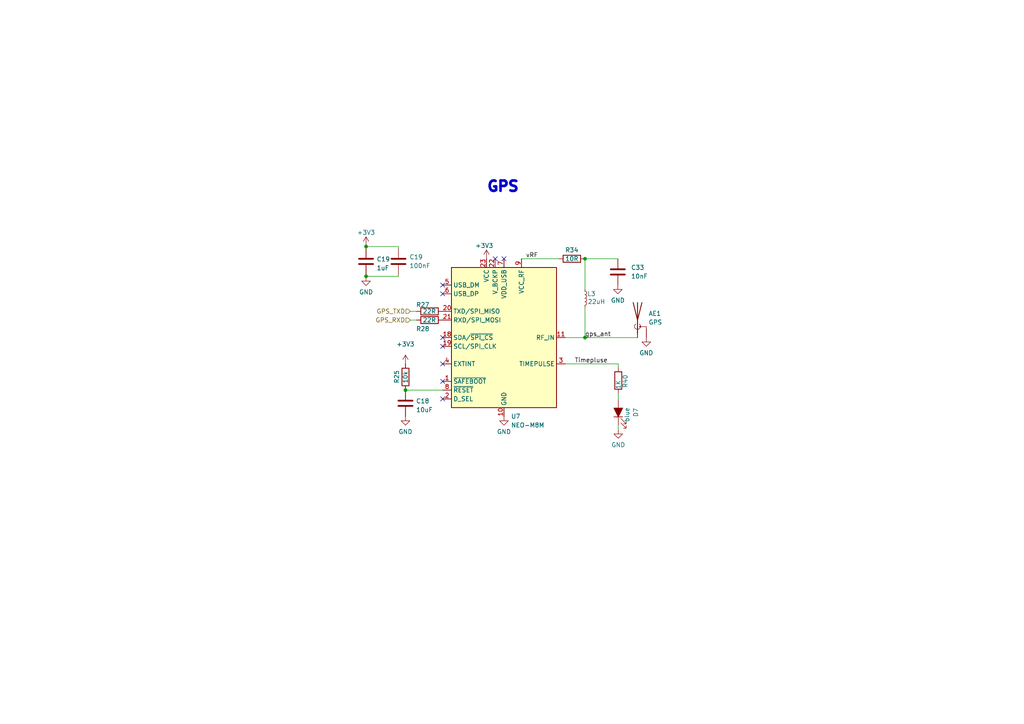
<source format=kicad_sch>
(kicad_sch (version 20230121) (generator eeschema)
  (paper "A4")
  (lib_symbols
    (symbol "RF_GPS:NEO-M8M"
      (property "Reference" "U" (at -13.97 21.59 0))
      (property "Value" "NEO-M8M" (at 11.43 21.59 0))
      (symbol "NEO-M8M_0_1"
        (rectangle (start -15.24 20.32) (end 15.24 -20.32) (stroke (width 0.254)) (fill (type background)))
      )
      (symbol "NEO-M8M_1_1"
        (pin input line (at -17.78 -12.7 0) (length 2.54) (name "~{SAFEBOOT}") (number "1"))
        (pin power_in line (at 0 -22.86 90) (length 2.54) (name "GND") (number "10"))
        (pin input line (at 17.78 0 180) (length 2.54) (name "RF_IN") (number "11"))
        (pin passive line (at 0 -22.86 90) (length 2.54) hide (name "GND") (number "12"))
        (pin passive line (at 0 -22.86 90) (length 2.54) hide (name "GND") (number "13"))
        (pin no_connect line (at 15.24 -10.16 180) (length 2.54) hide (name "RESERVED") (number "14"))
        (pin no_connect line (at 15.24 -12.7 180) (length 2.54) hide (name "RESERVED") (number "15"))
        (pin no_connect line (at 15.24 -15.24 180) (length 2.54) hide (name "RESERVED") (number "16"))
        (pin no_connect line (at 15.24 -17.78 180) (length 2.54) hide (name "RESERVED") (number "17"))
        (pin bidirectional line (at -17.78 0 0) (length 2.54) (name "SDA/~{SPI_CS}") (number "18"))
        (pin input line (at -17.78 -2.54 0) (length 2.54) (name "SCL/SPI_CLK") (number "19"))
        (pin input line (at -17.78 -17.78 0) (length 2.54) (name "D_SEL") (number "2"))
        (pin output line (at -17.78 7.62 0) (length 2.54) (name "TXD/SPI_MISO") (number "20"))
        (pin input line (at -17.78 5.08 0) (length 2.54) (name "RXD/SPI_MOSI") (number "21"))
        (pin power_in line (at -2.54 22.86 270) (length 2.54) (name "V_BCKP") (number "22"))
        (pin power_in line (at -5.08 22.86 270) (length 2.54) (name "VCC") (number "23"))
        (pin passive line (at 0 -22.86 90) (length 2.54) hide (name "GND") (number "24"))
        (pin output line (at 17.78 -7.62 180) (length 2.54) (name "TIMEPULSE") (number "3"))
        (pin input line (at -17.78 -7.62 0) (length 2.54) (name "EXTINT") (number "4"))
        (pin bidirectional line (at -17.78 15.24 0) (length 2.54) (name "USB_DM") (number "5"))
        (pin bidirectional line (at -17.78 12.7 0) (length 2.54) (name "USB_DP") (number "6"))
        (pin power_in line (at 0 22.86 270) (length 2.54) (name "VDD_USB") (number "7"))
        (pin input line (at -17.78 -15.24 0) (length 2.54) (name "~{RESET}") (number "8"))
        (pin power_out line (at 5.08 22.86 270) (length 2.54) (name "VCC_RF") (number "9"))
      )
    )
    (symbol "ph_lib:Antenna_Shield" (pin_numbers hide) (pin_names (offset 1.016) hide)
      (property "Reference" "AE" (at -1.905 4.445 0))
      (property "Value" "Antenna_Shield" (at -1.905 2.54 0))
      (symbol "Antenna_Shield_0_1"
        (arc (start -0.508 -1.143) (mid -0.8485 -2.1032) (end 0 -2.667))
        (arc (start 0 -2.667) (mid 0.8047 -2.0885) (end 0.508 -1.143))
        (polyline (pts (xy 0 -2.54) (xy 0 0)))
        (polyline (pts (xy 0 5.08) (xy 0 -3.81)) (stroke (width 0.254)))
        (polyline (pts (xy 0.762 -1.905) (xy 2.54 -1.905)))
        (polyline (pts (xy 2.54 -2.54) (xy 2.54 -1.905)))
        (polyline (pts (xy 1.27 5.08) (xy 0 0) (xy -1.27 5.08)) (stroke (width 0.254)))
        (circle (center 0.762 -1.905) (radius 0.1778) (fill (type outline)))
      )
      (symbol "Antenna_Shield_1_1"
        (pin input line (at 0 -5.08 90) (length 2.54) (name "A") (number "1"))
        (pin input line (at 2.54 -5.08 90) (length 2.54) (name "Shield") (number "2"))
        (pin input line (at 2.54 -5.08 90) (length 2.54) (name "Shield") (number "3"))
      )
    )
    (symbol "ph_lib:C0603" (pin_numbers hide) (pin_names (offset 0.254))
      (property "Reference" "C" (at 0.635 2.54 0))
      (property "Value" "C0603" (at 0.635 -2.54 0))
      (symbol "C0603_0_1"
        (polyline (pts (xy -2.032 -0.762) (xy 2.032 -0.762)) (stroke (width 0.508)))
        (polyline (pts (xy -2.032 0.762) (xy 2.032 0.762)) (stroke (width 0.508)))
      )
      (symbol "C0603_1_1"
        (pin passive line (at 0 3.81 270) (length 2.794) (name "~") (number "1"))
        (pin passive line (at 0 -3.81 90) (length 2.794) (name "~") (number "2"))
      )
    )
    (symbol "ph_lib:C0805" (pin_numbers hide) (pin_names (offset 0.254))
      (property "Reference" "C" (at 0.635 2.54 0))
      (property "Value" "C0805" (at 0.635 -2.54 0))
      (symbol "C0805_0_1"
        (polyline (pts (xy -2.032 -0.762) (xy 2.032 -0.762)) (stroke (width 0.508)))
        (polyline (pts (xy -2.032 0.762) (xy 2.032 0.762)) (stroke (width 0.508)))
      )
      (symbol "C0805_1_1"
        (pin passive line (at 0 3.81 270) (length 2.794) (name "~") (number "1"))
        (pin passive line (at 0 -3.81 90) (length 2.794) (name "~") (number "2"))
      )
    )
    (symbol "ph_lib:L0603" (pin_numbers hide) (pin_names (offset 0.254) hide)
      (property "Reference" "L0603" (at 0.762 1.016 0))
      (symbol "L0603_0_1"
        (arc (start 0 -2.032) (mid 0.5058 -1.524) (end 0 -1.016))
        (arc (start 0 -1.016) (mid 0.5058 -0.508) (end 0 0))
        (arc (start 0 0) (mid 0.5058 0.508) (end 0 1.016))
        (arc (start 0 1.016) (mid 0.5058 1.524) (end 0 2.032))
      )
      (symbol "L0603_1_1"
        (pin passive line (at 0 2.54 270) (length 0.508) (name "~") (number "1"))
        (pin passive line (at 0 -2.54 90) (length 0.508) (name "~") (number "2"))
      )
    )
    (symbol "ph_lib:LED0805" (pin_numbers hide) (pin_names (offset 1.016) hide)
      (property "Reference" "D" (at 0 2.54 0))
      (property "Value" "LED0805" (at 0 -2.54 0))
      (symbol "LED0805_0_1"
        (polyline (pts (xy -1.27 -1.27) (xy -1.27 1.27)) (stroke (width 0.2032)))
        (polyline (pts (xy -1.27 0) (xy 1.27 0)))
        (polyline (pts (xy 1.27 -1.27) (xy 1.27 1.27) (xy -1.27 0) (xy 1.27 -1.27)) (stroke (width 0.2032)) (fill (type outline)))
        (polyline (pts (xy -3.048 -0.762) (xy -4.572 -2.286) (xy -3.81 -2.286) (xy -4.572 -2.286) (xy -4.572 -1.524)))
        (polyline (pts (xy -1.778 -0.762) (xy -3.302 -2.286) (xy -2.54 -2.286) (xy -3.302 -2.286) (xy -3.302 -1.524)))
      )
      (symbol "LED0805_1_1"
        (pin passive line (at 3.81 0 180) (length 2.54) (name "A") (number "1"))
        (pin passive line (at -3.81 0 0) (length 2.54) (name "K") (number "2"))
      )
    )
    (symbol "ph_lib:R0603" (pin_numbers hide) (pin_names (offset 0))
      (property "Reference" "R" (at 2.032 0 90))
      (property "Value" "R0603" (at 0 0 90))
      (symbol "R0603_0_1"
        (rectangle (start -1.016 -2.54) (end 1.016 2.54) (stroke (width 0.254)))
      )
      (symbol "R0603_1_1"
        (pin passive line (at 0 3.81 270) (length 1.27) (name "~") (number "1"))
        (pin passive line (at 0 -3.81 90) (length 1.27) (name "~") (number "2"))
      )
    )
    (symbol "ph_lib:R0805" (pin_numbers hide) (pin_names (offset 0))
      (property "Reference" "R" (at 2.032 0 90))
      (property "Value" "R0805" (at 0 0 90))
      (symbol "R0805_0_1"
        (rectangle (start -1.016 -2.54) (end 1.016 2.54) (stroke (width 0.254)))
      )
      (symbol "R0805_1_1"
        (pin passive line (at 0 3.81 270) (length 1.27) (name "~") (number "1"))
        (pin passive line (at 0 -3.81 90) (length 1.27) (name "~") (number "2"))
      )
    )
    (symbol "power:+3V3" (power) (pin_names (offset 0))
      (property "Value" "+3V3" (at 0 3.556 0))
      (symbol "+3V3_0_1"
        (polyline (pts (xy -0.762 1.27) (xy 0 2.54)))
        (polyline (pts (xy 0 0) (xy 0 2.54)))
        (polyline (pts (xy 0 2.54) (xy 0.762 1.27)))
      )
      (symbol "+3V3_1_1"
        (pin power_in line (at 0 0 90) (length 0) hide (name "+3V3") (number "1"))
      )
    )
    (symbol "power:GND" (power) (pin_names (offset 0))
      (property "Value" "GND" (at 0 -3.81 0))
      (symbol "GND_0_1"
        (polyline (pts (xy 0 0) (xy 0 -1.27) (xy 1.27 -1.27) (xy 0 -2.54) (xy -1.27 -1.27) (xy 0 -1.27)))
      )
      (symbol "GND_1_1"
        (pin power_in line (at 0 0 270) (length 0) hide (name "GND") (number "1"))
      )
    )
  )
  (junction (at 117.602 113.157))
  (junction (at 106.172 71.501))
  (junction (at 169.672 75.057))
  (junction (at 169.672 97.917))
  (junction (at 106.172 80.137))
  (no_connect (at 128.397 105.537))
  (no_connect (at 146.177 75.057))
  (no_connect (at 143.637 75.057))
  (no_connect (at 128.397 115.697))
  (no_connect (at 128.397 82.677))
  (no_connect (at 128.397 100.457))
  (no_connect (at 128.397 97.917))
  (no_connect (at 128.397 110.617))
  (no_connect (at 128.397 85.217))
  (wire (pts (xy 151.257 75.057) (xy 162.052 75.057)))
  (wire (pts (xy 163.957 105.537) (xy 179.324 105.537)))
  (wire (pts (xy 179.324 123.444) (xy 179.324 124.587)))
  (wire (pts (xy 118.999 92.837) (xy 120.777 92.837)))
  (wire (pts (xy 106.172 71.247) (xy 106.172 71.501)))
  (wire (pts (xy 115.57 79.629) (xy 115.57 80.137)))
  (wire (pts (xy 106.172 80.264) (xy 106.172 80.137)))
  (wire (pts (xy 179.324 114.173) (xy 179.324 115.824)))
  (wire (pts (xy 169.672 97.917) (xy 184.912 97.917)))
  (wire (pts (xy 169.672 83.947) (xy 169.672 75.057)))
  (wire (pts (xy 106.172 71.501) (xy 106.172 72.009)))
  (wire (pts (xy 115.57 71.501) (xy 106.172 71.501)))
  (wire (pts (xy 115.57 80.137) (xy 106.172 80.137)))
  (wire (pts (xy 169.672 75.057) (xy 179.197 75.057)))
  (wire (pts (xy 106.172 80.137) (xy 106.172 79.629)))
  (wire (pts (xy 179.324 106.553) (xy 179.324 105.537)))
  (wire (pts (xy 117.602 113.157) (xy 128.397 113.157)))
  (wire (pts (xy 169.672 89.027) (xy 169.672 97.917)))
  (wire (pts (xy 169.672 97.917) (xy 163.957 97.917)))
  (wire (pts (xy 118.999 90.297) (xy 120.777 90.297)))
  (wire (pts (xy 115.57 72.009) (xy 115.57 71.501)))
  (text "GPS" (at 140.97 56.007 0) (effects (font (size 3 3) (thickness 1) bold) (justify left bottom)))
  (label "Timepluse" (at 176.276 105.537 180))
  (label "vRF" (at 152.527 75.057 0))
  (label "gps_ant" (at 169.672 97.917 0))
  (hierarchical_label "GPS_RXD" (shape input) (at 118.999 92.837 180))
  (hierarchical_label "GPS_TXD" (shape input) (at 118.999 90.297 180))
  (symbol (lib_id "power:GND") (at 106.172 80.264 0) (unit 1)
    (property "Reference" "#PWR054" (effects hide))
    (property "Value" "GND" (at 106.172 84.709 0))
  )
  (symbol (lib_id "ph_lib:C0805") (at 115.57 75.819 0) (unit 1)
    (property "Reference" "C19" (at 118.745 74.5489 0) (effects (justify left)))
    (property "Value" "100nF" (at 118.745 77.0889 0) (effects (justify left)))
    (property "Footprint" "Capacitor_SMD:C_0805_2012Metric" (effects hide))
    (property "Desc" "Capacitor SMD Ceramic 0805" (effects hide))
    (property "Link" "http://www.dientuachau.com/ceramic-0805" (effects hide))
    (instances (project "ph_portable_refrigerator_v2_hw" (path "" (reference "C19") (unit 1)) (path "" (reference "C49") (unit 1))))
  )
  (symbol (lib_id "ph_lib:L0603") (at 169.672 86.487 0) (unit 1)
    (property "Reference" "L3" (at 170.307 85.217 0) (effects (justify left)))
    (property "Value" "22uH" (at 170.434 87.503 0) (effects (justify left)))
    (property "Footprint" "Resistor_SMD:R_0805_2012Metric" (effects hide))
    (property "Desc" "SMD-0805 Multilayer Chip Ceramic Inductor" (effects hide))
    (property "Link" "https://thegioiic.com/product/cuon-cam-smd-0603" (effects hide))
  )
  (symbol (lib_id "power:GND") (at 179.324 124.587 0) (unit 1)
    (property "Reference" "#PWR073" (effects hide))
    (property "Value" "GND" (at 179.324 129.032 0))
    (instances (project "ph_portable_refrigerator_v2_hw" (path "" (reference "#PWR073") (unit 1)) (path "" (reference "#PWR08") (unit 1))))
  )
  (symbol (lib_id "ph_lib:C0805") (at 117.602 116.967 0) (unit 1)
    (property "Reference" "C18" (at 120.65 116.332 0) (effects (justify left)))
    (property "Value" "10uF" (at 120.65 118.872 0) (effects (justify left)))
    (property "Footprint" "Capacitor_SMD:C_0805_2012Metric" (effects hide))
    (property "Desc" "Capacitor SMD Ceramic 0805" (effects hide))
    (property "Link" "http://www.dientuachau.com/ceramic-0805" (effects hide))
  )
  (symbol (lib_id "power:+3V3") (at 141.097 75.057 0) (unit 1)
    (property "Reference" "#PWR058" (effects hide))
    (property "Value" "+3V3" (at 140.462 71.247 0))
  )
  (symbol (lib_id "ph_lib:C0805") (at 106.172 75.819 0) (unit 1)
    (property "Reference" "C19" (at 109.22 75.184 0) (effects (justify left)))
    (property "Value" "1uF" (at 109.22 77.724 0) (effects (justify left)))
    (property "Footprint" "Capacitor_SMD:C_0805_2012Metric" (effects hide))
    (property "Desc" "Capacitor SMD Ceramic 0805" (effects hide))
    (property "Link" "http://www.dientuachau.com/ceramic-0805" (effects hide))
  )
  (symbol (lib_id "power:+3V3") (at 106.172 71.247 0) (unit 1)
    (property "Reference" "#PWR053" (effects hide))
    (property "Value" "+3V3" (at 106.172 67.437 0))
  )
  (symbol (lib_id "ph_lib:Antenna_Shield") (at 184.912 92.837 0) (unit 1)
    (property "Reference" "AE1" (at 188.087 90.9319 0) (effects (justify left)))
    (property "Value" "GPS" (at 188.087 93.4719 0) (effects (justify left)))
    (property "Footprint" "Lib_Hien:Antenna_RF" (effects hide))
  )
  (symbol (lib_id "ph_lib:R0805") (at 117.602 109.347 0) (unit 1)
    (property "Reference" "R25" (at 115.062 111.252 90) (effects (justify left)))
    (property "Value" "10k" (at 117.602 111.252 90) (effects (justify left)))
    (property "Footprint" "Capacitor_SMD:C_0805_2012Metric" (effects hide))
    (property "Desc" "Resistor SMD 0805" (effects hide))
    (property "Link" "http://www.dientuachau.com/res-1-0805" (effects hide))
  )
  (symbol (lib_id "ph_lib:R0603") (at 165.862 75.057 90) (unit 1)
    (property "Reference" "R34" (at 165.862 72.517 90))
    (property "Value" "10R" (at 165.862 75.057 90))
    (property "Footprint" "Resistor_SMD:R_0805_2012Metric" (effects hide))
    (property "Desc" "Resistor SMD 0603" (effects hide))
    (property "Link" "http://www.dientuachau.com/res-1-0603" (effects hide))
  )
  (symbol (lib_id "RF_GPS:NEO-M8M") (at 146.177 97.917 0) (unit 1)
    (property "Reference" "U7" (at 148.1964 120.777 0) (effects (justify left)))
    (property "Value" "NEO-M8M" (at 148.1964 123.317 0) (effects (justify left)))
    (property "Footprint" "Lib_Hien:XCVR_NEO-M9N-00B" (effects hide))
    (property "Datasheet" "https://www.u-blox.com/sites/default/files/NEO-M8-FW3_DataSheet_%28UBX-15031086%29.pdf" (effects hide))
  )
  (symbol (lib_id "ph_lib:LED0805") (at 179.324 119.634 90) (unit 1)
    (property "Reference" "D7" (at 184.404 119.634 0))
    (property "Value" "blue" (at 181.864 120.269 0))
    (property "Footprint" "LED_SMD:LED_0805_2012Metric" (effects hide))
    (property "Desc" "LED0805" (effects hide))
    (property "Link" "https://thegioiic.com/product/led-dan-smd-2012-0805" (effects hide))
    (instances (project "ph_portable_refrigerator_v2_hw" (path "" (reference "D7") (unit 1)) (path "" (reference "D6") (unit 1)) (path "" (reference "D13") (unit 1))))
  )
  (symbol (lib_id "power:+3V3") (at 117.602 105.537 0) (unit 1)
    (property "Reference" "#PWR046" (effects hide))
    (property "Value" "+3V3" (at 117.602 99.822 0))
  )
  (symbol (lib_id "power:GND") (at 117.602 120.777 0) (unit 1)
    (property "Reference" "#PWR052" (effects hide))
    (property "Value" "GND" (at 117.602 125.222 0))
  )
  (symbol (lib_id "ph_lib:R0805") (at 124.587 92.837 90) (unit 1)
    (property "Reference" "R28" (at 124.587 95.377 90) (effects (justify left)))
    (property "Value" "22R" (at 126.492 92.837 90) (effects (justify left)))
    (property "Footprint" "Resistor_SMD:R_0805_2012Metric" (effects hide))
    (property "Desc" "Resistor SMD 0805" (effects hide))
    (property "Link" "http://www.dientuachau.com/res-1-0805" (effects hide))
  )
  (symbol (lib_id "power:GND") (at 179.197 82.677 0) (unit 1)
    (property "Reference" "#PWR072" (effects hide))
    (property "Value" "GND" (at 179.197 87.122 0))
    (instances (project "ph_portable_refrigerator_v2_hw" (path "" (reference "#PWR072") (unit 1)) (path "" (reference "#PWR073") (unit 1))))
  )
  (symbol (lib_id "ph_lib:C0603") (at 179.197 78.867 0) (unit 1)
    (property "Reference" "C33" (at 183.007 77.5969 0) (effects (justify left)))
    (property "Value" "10nF" (at 183.007 80.1369 0) (effects (justify left)))
    (property "Footprint" "Resistor_SMD:R_0805_2012Metric" (effects hide))
    (property "Desc" "Capacitor SMD Ceramic 0603" (effects hide))
    (property "Link" "http://www.dientuachau.com/ceramic-0603" (effects hide))
    (instances (project "ph_portable_refrigerator_v2_hw" (path "" (reference "C33") (unit 1)) (path "" (reference "C27") (unit 1))))
  )
  (symbol (lib_id "ph_lib:R0805") (at 179.324 110.363 0) (unit 1)
    (property "Reference" "R40" (at 181.356 112.522 90) (effects (justify left)))
    (property "Value" "1K" (at 179.324 112.903 90) (effects (justify left)))
    (property "Footprint" "Resistor_SMD:R_0805_2012Metric" (effects hide))
    (property "Desc" "Resistor SMD 0805" (effects hide))
    (property "Link" "http://www.dientuachau.com/res-1-0805" (effects hide))
    (instances (project "ph_portable_refrigerator_v2_hw" (path "" (reference "R40") (unit 1)) (path "" (reference "R37") (unit 1)) (path "" (reference "R69") (unit 1))))
  )
  (symbol (lib_id "power:GND") (at 146.177 120.777 0) (unit 1)
    (property "Reference" "#PWR0112" (effects hide))
    (property "Value" "GND" (at 146.177 125.222 0))
    (instances (project "ph_portable_refrigerator_v2_hw" (path "" (reference "#PWR0112") (unit 1)) (path "" (reference "#PWR072") (unit 1))))
  )
  (symbol (lib_id "power:GND") (at 187.452 97.917 0) (unit 1)
    (property "Reference" "#PWR073" (effects hide))
    (property "Value" "GND" (at 187.452 102.362 0))
    (instances (project "ph_portable_refrigerator_v2_hw" (path "" (reference "#PWR073") (unit 1)) (path "" (reference "#PWR097") (unit 1))))
  )
  (symbol (lib_id "ph_lib:R0805") (at 124.587 90.297 90) (unit 1)
    (property "Reference" "R27" (at 124.587 88.392 90) (effects (justify left)))
    (property "Value" "22R" (at 126.492 90.297 90) (effects (justify left)))
    (property "Footprint" "Capacitor_SMD:C_0805_2012Metric" (effects hide))
    (property "Desc" "Resistor SMD 0805" (effects hide))
    (property "Link" "http://www.dientuachau.com/res-1-0805" (effects hide))
  )
)
</source>
